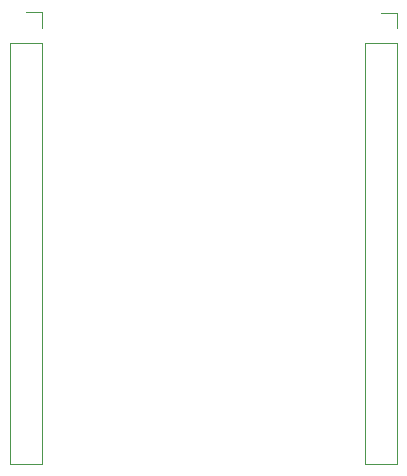
<source format=gbr>
%TF.GenerationSoftware,KiCad,Pcbnew,(7.0.0)*%
%TF.CreationDate,2023-06-28T20:41:30+03:00*%
%TF.ProjectId,Atego_Nano,41746567-6f5f-44e6-916e-6f2e6b696361,rev?*%
%TF.SameCoordinates,Original*%
%TF.FileFunction,Legend,Bot*%
%TF.FilePolarity,Positive*%
%FSLAX46Y46*%
G04 Gerber Fmt 4.6, Leading zero omitted, Abs format (unit mm)*
G04 Created by KiCad (PCBNEW (7.0.0)) date 2023-06-28 20:41:30*
%MOMM*%
%LPD*%
G01*
G04 APERTURE LIST*
%ADD10C,0.120000*%
G04 APERTURE END LIST*
D10*
%TO.C,J602*%
X166840000Y-110819600D02*
X164180000Y-110819600D01*
X166840000Y-75199600D02*
X166840000Y-110819600D01*
X166840000Y-75199600D02*
X164180000Y-75199600D01*
X166840000Y-73929600D02*
X166840000Y-72599600D01*
X166840000Y-72599600D02*
X165510000Y-72599600D01*
X164180000Y-75199600D02*
X164180000Y-110819600D01*
%TO.C,J601*%
X136792200Y-110789600D02*
X134132200Y-110789600D01*
X136792200Y-75169600D02*
X136792200Y-110789600D01*
X136792200Y-75169600D02*
X134132200Y-75169600D01*
X136792200Y-73899600D02*
X136792200Y-72569600D01*
X136792200Y-72569600D02*
X135462200Y-72569600D01*
X134132200Y-75169600D02*
X134132200Y-110789600D01*
%TD*%
M02*

</source>
